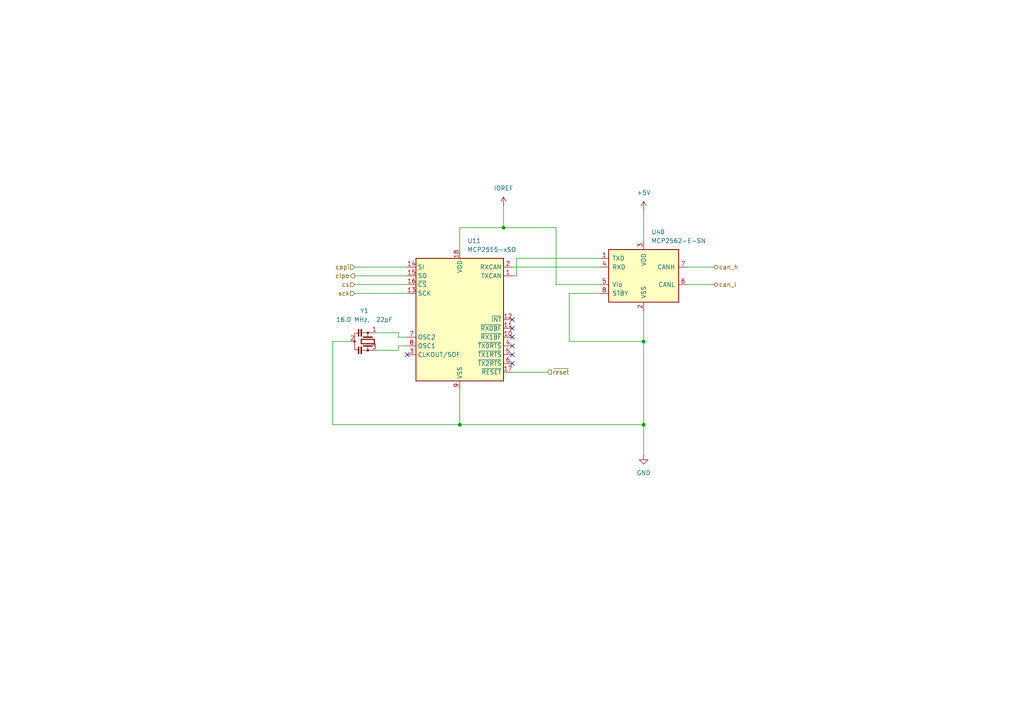
<source format=kicad_sch>
(kicad_sch (version 20231120) (generator "eeschema") (generator_version "8.0")
  (paper "A4")
  (lib_symbols
    (symbol "Device:Resonator_Small" (pin_names (offset 1.016) hide)
      (property "Reference" "Y" (at 3.175 1.905 0))
      (property "Value" "Resonator_Small" (at 3.175 0 0))
      (symbol "Resonator_Small_0_1"
        (rectangle (start -3.556 -2.54) (end -1.524 -2.794) (fill (type outline)))
        (rectangle (start -3.556 -1.778) (end -1.524 -2.032) (fill (type outline)))
        (circle (center -2.54 0) (radius 0.254) (fill (type outline)))
        (rectangle (start -0.635 1.905) (end 0.635 -1.905) (stroke (width 0.3048)))
        (circle (center 0 -3.81) (radius 0.254) (fill (type outline)))
        (polyline (pts (xy -2.54 -1.778) (xy -2.54 0)))
        (polyline (pts (xy -2.54 0) (xy -1.397 0)))
        (polyline (pts (xy -2.54 1.27) (xy -2.54 0)))
        (polyline (pts (xy -1.27 -1.27) (xy -1.27 1.27)) (stroke (width 0.381)))
        (polyline (pts (xy 1.27 -1.27) (xy 1.27 1.27)) (stroke (width 0.381)))
        (polyline (pts (xy 1.27 0) (xy 2.54 0)))
        (polyline (pts (xy 2.54 0) (xy 2.54 -1.778)))
        (polyline (pts (xy 2.54 1.27) (xy 2.54 0)))
        (polyline (pts (xy 2.413 -2.794) (xy 2.413 -3.81) (xy -2.413 -3.81) (xy -2.413 -2.667)))
        (rectangle (start 1.524 -2.54) (end 3.556 -2.794) (fill (type outline)))
        (rectangle (start 1.524 -1.778) (end 3.556 -2.032) (fill (type outline)))
        (circle (center 2.54 0) (radius 0.254) (fill (type outline)))
      )
      (symbol "Resonator_Small_1_1"
        (pin passive line (at -2.54 2.54 270) (length 1.27) (name "1") (number "1"))
        (pin passive line (at 0 -5.08 90) (length 1.27) (name "2") (number "2"))
        (pin passive line (at 2.54 2.54 270) (length 1.27) (name "3") (number "3"))
      )
    )
    (symbol "Interface_CAN_LIN:MCP2515-xSO"
      (property "Reference" "U" (at -10.16 19.685 0))
      (property "Value" "MCP2515-xSO" (at 19.05 20.32 0))
      (symbol "MCP2515-xSO_0_1"
        (rectangle (start -12.7 17.78) (end 12.7 -17.78) (stroke (width 0.254)) (fill (type background)))
      )
      (symbol "MCP2515-xSO_1_1"
        (pin output line (at 15.24 12.7 180) (length 2.54) (name "TXCAN") (number "1"))
        (pin output line (at 15.24 -5.08 180) (length 2.54) (name "~{RX1BF}") (number "10"))
        (pin output line (at 15.24 -2.54 180) (length 2.54) (name "~{RX0BF}") (number "11"))
        (pin output line (at 15.24 0 180) (length 2.54) (name "~{INT}") (number "12"))
        (pin input line (at -15.24 7.62 0) (length 2.54) (name "SCK") (number "13"))
        (pin input line (at -15.24 15.24 0) (length 2.54) (name "SI") (number "14"))
        (pin output line (at -15.24 12.7 0) (length 2.54) (name "SO") (number "15"))
        (pin input line (at -15.24 10.16 0) (length 2.54) (name "~{CS}") (number "16"))
        (pin input line (at 15.24 -15.24 180) (length 2.54) (name "~{RESET}") (number "17"))
        (pin power_in line (at 0 20.32 270) (length 2.54) (name "VDD") (number "18"))
        (pin input line (at 15.24 15.24 180) (length 2.54) (name "RXCAN") (number "2"))
        (pin output line (at -15.24 -10.16 0) (length 2.54) (name "CLKOUT/SOF") (number "3"))
        (pin input line (at 15.24 -7.62 180) (length 2.54) (name "~{TX0RTS}") (number "4"))
        (pin input line (at 15.24 -10.16 180) (length 2.54) (name "~{TX1RTS}") (number "5"))
        (pin input line (at 15.24 -12.7 180) (length 2.54) (name "~{TX2RTS}") (number "6"))
        (pin output line (at -15.24 -5.08 0) (length 2.54) (name "OSC2") (number "7"))
        (pin input line (at -15.24 -7.62 0) (length 2.54) (name "OSC1") (number "8"))
        (pin power_in line (at 0 -20.32 90) (length 2.54) (name "VSS") (number "9"))
      )
    )
    (symbol "Interface_CAN_LIN:MCP2562-E-SN" (pin_names (offset 1.016))
      (property "Reference" "U" (at -10.16 8.89 0))
      (property "Value" "MCP2562-E-SN" (at 2.54 8.89 0))
      (symbol "MCP2562-E-SN_0_1"
        (rectangle (start -10.16 7.62) (end 10.16 -7.62) (stroke (width 0.254)) (fill (type background)))
      )
      (symbol "MCP2562-E-SN_1_1"
        (pin input line (at -12.7 5.08 0) (length 2.54) (name "TXD") (number "1"))
        (pin power_in line (at 0 -10.16 90) (length 2.54) (name "VSS") (number "2"))
        (pin power_in line (at 0 10.16 270) (length 2.54) (name "VDD") (number "3"))
        (pin output line (at -12.7 2.54 0) (length 2.54) (name "RXD") (number "4"))
        (pin power_in line (at -12.7 -2.54 0) (length 2.54) (name "Vio") (number "5"))
        (pin bidirectional line (at 12.7 -2.54 180) (length 2.54) (name "CANL") (number "6"))
        (pin bidirectional line (at 12.7 2.54 180) (length 2.54) (name "CANH") (number "7"))
        (pin input line (at -12.7 -5.08 0) (length 2.54) (name "STBY") (number "8"))
      )
    )
    (symbol "power:+5V" (power) (pin_numbers hide) (pin_names (offset 0) hide)
      (property "Value" "+5V" (at 0 3.556 0))
      (symbol "+5V_0_1"
        (polyline (pts (xy -0.762 1.27) (xy 0 2.54)))
        (polyline (pts (xy 0 0) (xy 0 2.54)))
        (polyline (pts (xy 0 2.54) (xy 0.762 1.27)))
      )
      (symbol "+5V_1_1"
        (pin power_in line (at 0 0 90) (length 0) (name "~") (number "1"))
      )
    )
    (symbol "power:GND" (power) (pin_numbers hide) (pin_names (offset 0) hide)
      (property "Value" "GND" (at 0 -3.81 0))
      (symbol "GND_0_1"
        (polyline (pts (xy 0 0) (xy 0 -1.27) (xy 1.27 -1.27) (xy 0 -2.54) (xy -1.27 -1.27) (xy 0 -1.27)))
      )
      (symbol "GND_1_1"
        (pin power_in line (at 0 0 270) (length 0) (name "~") (number "1"))
      )
    )
  )
  (junction (at 146.05 66.04))
  (junction (at 186.69 99.06))
  (junction (at 133.35 123.19))
  (junction (at 186.69 123.19))
  (no_connect (at 118.11 102.87))
  (no_connect (at 148.59 102.87))
  (no_connect (at 148.59 100.33))
  (no_connect (at 148.59 105.41))
  (no_connect (at 148.59 97.79))
  (no_connect (at 148.59 92.71))
  (no_connect (at 148.59 95.25))
  (wire (pts (xy 102.87 82.55) (xy 118.11 82.55)))
  (wire (pts (xy 146.05 59.69) (xy 146.05 66.04)))
  (wire (pts (xy 96.52 99.06) (xy 96.52 123.19)))
  (wire (pts (xy 115.57 100.33) (xy 115.57 101.6)))
  (wire (pts (xy 133.35 66.04) (xy 146.05 66.04)))
  (wire (pts (xy 186.69 60.96) (xy 186.69 69.85)))
  (wire (pts (xy 186.69 99.06) (xy 186.69 90.17)))
  (wire (pts (xy 102.87 80.01) (xy 118.11 80.01)))
  (wire (pts (xy 207.01 82.55) (xy 199.39 82.55)))
  (wire (pts (xy 186.69 123.19) (xy 186.69 99.06)))
  (wire (pts (xy 149.86 74.93) (xy 149.86 80.01)))
  (wire (pts (xy 165.1 85.09) (xy 173.99 85.09)))
  (wire (pts (xy 148.59 80.01) (xy 149.86 80.01)))
  (wire (pts (xy 115.57 97.79) (xy 118.11 97.79)))
  (wire (pts (xy 109.22 101.6) (xy 115.57 101.6)))
  (wire (pts (xy 158.75 107.95) (xy 148.59 107.95)))
  (wire (pts (xy 101.6 99.06) (xy 96.52 99.06)))
  (wire (pts (xy 173.99 74.93) (xy 149.86 74.93)))
  (wire (pts (xy 161.29 82.55) (xy 173.99 82.55)))
  (wire (pts (xy 161.29 66.04) (xy 161.29 82.55)))
  (wire (pts (xy 96.52 123.19) (xy 133.35 123.19)))
  (wire (pts (xy 186.69 123.19) (xy 133.35 123.19)))
  (wire (pts (xy 115.57 96.52) (xy 115.57 97.79)))
  (wire (pts (xy 118.11 100.33) (xy 115.57 100.33)))
  (wire (pts (xy 102.87 85.09) (xy 118.11 85.09)))
  (wire (pts (xy 133.35 123.19) (xy 133.35 113.03)))
  (wire (pts (xy 207.01 77.47) (xy 199.39 77.47)))
  (wire (pts (xy 102.87 77.47) (xy 118.11 77.47)))
  (wire (pts (xy 165.1 85.09) (xy 165.1 99.06)))
  (wire (pts (xy 186.69 99.06) (xy 165.1 99.06)))
  (wire (pts (xy 148.59 77.47) (xy 173.99 77.47)))
  (wire (pts (xy 109.22 96.52) (xy 115.57 96.52)))
  (wire (pts (xy 146.05 66.04) (xy 161.29 66.04)))
  (wire (pts (xy 186.69 132.08) (xy 186.69 123.19)))
  (wire (pts (xy 133.35 66.04) (xy 133.35 72.39)))
  (hierarchical_label "cipo" (shape output) (at 102.87 80.01 180))
  (hierarchical_label "~{reset}" (shape input) (at 158.75 107.95 0))
  (hierarchical_label "copi" (shape input) (at 102.87 77.47 180))
  (hierarchical_label "cs" (shape input) (at 102.87 82.55 180))
  (hierarchical_label "can_h" (shape bidirectional) (at 207.01 77.47 0))
  (hierarchical_label "can_l" (shape bidirectional) (at 207.01 82.55 0))
  (hierarchical_label "sck" (shape input) (at 102.87 85.09 180))
  (symbol (lib_id "power:GND") (at 186.69 132.08 0) (unit 1)
    (property "Reference" "#PWR043" (effects (hide yes)))
    (property "Value" "GND" (at 186.69 137.16 0))
    (property "Description" "Power symbol creates a global label with name \"GND\" , ground" (effects (hide yes)))
    (instances (project "Arduino_Nano_LCC_Boosters" (path "" (reference "#PWR043") (unit 1)) (path "" (reference "#PWR046") (unit 1))))
  )
  (symbol (lib_id "Device:Resonator_Small") (at 106.68 99.06 270) (unit 1)
    (property "Reference" "Y1" (at 105.6767 90.17 90))
    (property "Value" "16.0 MHz,  22pF" (at 105.6767 92.71 90))
    (property "Description" "Three pin ceramic resonator, small symbol" (effects (hide yes)))
    (instances (project "Arduino_Nano_LCC_Boosters" (path "" (reference "Y1") (unit 1)) (path "" (reference "Y2") (unit 1))))
  )
  (symbol (lib_id "power:+5V") (at 146.05 59.69 0) (unit 1)
    (property "Reference" "#PWR042" (effects (hide yes)))
    (property "Value" "IOREF" (at 146.05 54.61 0))
    (property "Description" "Power symbol creates a global label with name \"+5V\"" (effects (hide yes)))
    (instances (project "Arduino_Nano_LCC_Boosters" (path "" (reference "#PWR042") (unit 1)) (path "" (reference "#PWR045") (unit 1))))
  )
  (symbol (lib_id "Interface_CAN_LIN:MCP2515-xSO") (at 133.35 92.71 0) (unit 1)
    (property "Reference" "U11" (at 135.5441 69.85 0) (effects (justify left)))
    (property "Value" "MCP2515-xSO" (at 135.5441 72.39 0) (effects (justify left)))
    (property "Footprint" "Package_SO:SOIC-18W_7.5x11.6mm_P1.27mm" (effects (hide yes)))
    (property "Datasheet" "http://ww1.microchip.com/downloads/en/DeviceDoc/21801e.pdf" (effects (hide yes)))
    (property "Description" "Stand-Alone CAN Controller with SPI Interface, SOIC-18" (effects (hide yes)))
    (instances (project "Arduino_Nano_LCC_Boosters" (path "" (reference "U11") (unit 1)) (path "" (reference "U21") (unit 1))))
  )
  (symbol (lib_id "Interface_CAN_LIN:MCP2562-E-SN") (at 186.69 80.01 0) (unit 1)
    (property "Reference" "U40" (at 188.8841 67.31 0) (effects (justify left)))
    (property "Value" "MCP2562-E-SN" (at 188.8841 69.85 0) (effects (justify left)))
    (property "Footprint" "Package_SO:SOIC-8_3.9x4.9mm_P1.27mm" (effects (hide yes)))
    (property "Datasheet" "http://ww1.microchip.com/downloads/en/DeviceDoc/25167A.pdf" (effects (hide yes)))
    (property "Description" "High-Speed CAN Transceiver, 1Mbps, 5V supply, Vio pin, -40C to +125C, SOIC-8" (effects (hide yes)))
    (instances (project "Arduino_Nano_LCC_Boosters" (path "" (reference "U40") (unit 1)) (path "" (reference "U41") (unit 1))))
  )
  (symbol (lib_id "power:+5V") (at 186.69 60.96 0) (unit 1)
    (property "Reference" "#PWR082" (effects (hide yes)))
    (property "Value" "+5V" (at 186.69 55.88 0))
    (property "Description" "Power symbol creates a global label with name \"+5V\"" (effects (hide yes)))
    (instances (project "Arduino_Nano_LCC_Boosters" (path "" (reference "#PWR082") (unit 1)) (path "" (reference "#PWR083") (unit 1))))
  )
)
</source>
